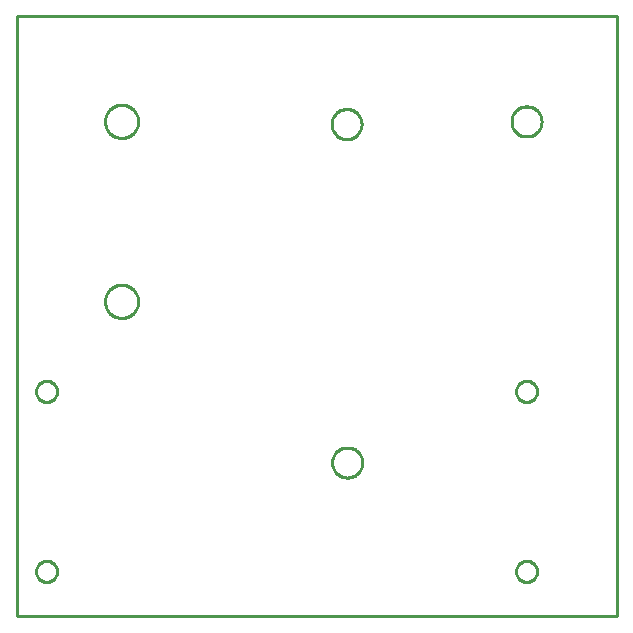
<source format=gbr>
G04 EAGLE Gerber RS-274X export*
G75*
%MOMM*%
%FSLAX34Y34*%
%LPD*%
%IN*%
%IPPOS*%
%AMOC8*
5,1,8,0,0,1.08239X$1,22.5*%
G01*
%ADD10C,0.254000*%


D10*
X-127000Y25400D02*
X381000Y25400D01*
X381000Y533400D01*
X-127000Y533400D01*
X-127000Y25400D01*
X317500Y444001D02*
X317422Y443006D01*
X317266Y442020D01*
X317033Y441050D01*
X316724Y440101D01*
X316342Y439179D01*
X315889Y438290D01*
X315368Y437439D01*
X314781Y436631D01*
X314133Y435873D01*
X313427Y435167D01*
X312669Y434519D01*
X311861Y433932D01*
X311010Y433411D01*
X310121Y432958D01*
X309199Y432576D01*
X308250Y432267D01*
X307280Y432034D01*
X306294Y431878D01*
X305299Y431800D01*
X304301Y431800D01*
X303306Y431878D01*
X302320Y432034D01*
X301350Y432267D01*
X300401Y432576D01*
X299479Y432958D01*
X298590Y433411D01*
X297739Y433932D01*
X296931Y434519D01*
X296173Y435167D01*
X295467Y435873D01*
X294819Y436631D01*
X294232Y437439D01*
X293711Y438290D01*
X293258Y439179D01*
X292876Y440101D01*
X292567Y441050D01*
X292334Y442020D01*
X292178Y443006D01*
X292100Y444001D01*
X292100Y444999D01*
X292178Y445994D01*
X292334Y446980D01*
X292567Y447950D01*
X292876Y448899D01*
X293258Y449821D01*
X293711Y450710D01*
X294232Y451561D01*
X294819Y452369D01*
X295467Y453127D01*
X296173Y453833D01*
X296931Y454481D01*
X297739Y455068D01*
X298590Y455589D01*
X299479Y456042D01*
X300401Y456424D01*
X301350Y456733D01*
X302320Y456966D01*
X303306Y457122D01*
X304301Y457200D01*
X305299Y457200D01*
X306294Y457122D01*
X307280Y456966D01*
X308250Y456733D01*
X309199Y456424D01*
X310121Y456042D01*
X311010Y455589D01*
X311861Y455068D01*
X312669Y454481D01*
X313427Y453833D01*
X314133Y453127D01*
X314781Y452369D01*
X315368Y451561D01*
X315889Y450710D01*
X316342Y449821D01*
X316724Y448899D01*
X317033Y447950D01*
X317266Y446980D01*
X317422Y445994D01*
X317500Y444999D01*
X317500Y444001D01*
X165608Y155203D02*
X165530Y154208D01*
X165374Y153222D01*
X165141Y152252D01*
X164832Y151303D01*
X164450Y150381D01*
X163997Y149492D01*
X163476Y148641D01*
X162889Y147833D01*
X162241Y147075D01*
X161535Y146369D01*
X160777Y145721D01*
X159969Y145134D01*
X159118Y144613D01*
X158229Y144160D01*
X157307Y143778D01*
X156358Y143469D01*
X155388Y143236D01*
X154402Y143080D01*
X153407Y143002D01*
X152409Y143002D01*
X151414Y143080D01*
X150428Y143236D01*
X149458Y143469D01*
X148509Y143778D01*
X147587Y144160D01*
X146698Y144613D01*
X145847Y145134D01*
X145039Y145721D01*
X144281Y146369D01*
X143575Y147075D01*
X142927Y147833D01*
X142340Y148641D01*
X141819Y149492D01*
X141366Y150381D01*
X140984Y151303D01*
X140675Y152252D01*
X140442Y153222D01*
X140286Y154208D01*
X140208Y155203D01*
X140208Y156201D01*
X140286Y157196D01*
X140442Y158182D01*
X140675Y159152D01*
X140984Y160101D01*
X141366Y161023D01*
X141819Y161912D01*
X142340Y162763D01*
X142927Y163571D01*
X143575Y164329D01*
X144281Y165035D01*
X145039Y165683D01*
X145847Y166270D01*
X146698Y166791D01*
X147587Y167244D01*
X148509Y167626D01*
X149458Y167935D01*
X150428Y168168D01*
X151414Y168324D01*
X152409Y168402D01*
X153407Y168402D01*
X154402Y168324D01*
X155388Y168168D01*
X156358Y167935D01*
X157307Y167626D01*
X158229Y167244D01*
X159118Y166791D01*
X159969Y166270D01*
X160777Y165683D01*
X161535Y165035D01*
X162241Y164329D01*
X162889Y163571D01*
X163476Y162763D01*
X163997Y161912D01*
X164450Y161023D01*
X164832Y160101D01*
X165141Y159152D01*
X165374Y158182D01*
X165530Y157196D01*
X165608Y156201D01*
X165608Y155203D01*
X165100Y441715D02*
X165022Y440720D01*
X164866Y439734D01*
X164633Y438764D01*
X164324Y437815D01*
X163942Y436893D01*
X163489Y436004D01*
X162968Y435153D01*
X162381Y434345D01*
X161733Y433587D01*
X161027Y432881D01*
X160269Y432233D01*
X159461Y431646D01*
X158610Y431125D01*
X157721Y430672D01*
X156799Y430290D01*
X155850Y429981D01*
X154880Y429748D01*
X153894Y429592D01*
X152899Y429514D01*
X151901Y429514D01*
X150906Y429592D01*
X149920Y429748D01*
X148950Y429981D01*
X148001Y430290D01*
X147079Y430672D01*
X146190Y431125D01*
X145339Y431646D01*
X144531Y432233D01*
X143773Y432881D01*
X143067Y433587D01*
X142419Y434345D01*
X141832Y435153D01*
X141311Y436004D01*
X140858Y436893D01*
X140476Y437815D01*
X140167Y438764D01*
X139934Y439734D01*
X139778Y440720D01*
X139700Y441715D01*
X139700Y442713D01*
X139778Y443708D01*
X139934Y444694D01*
X140167Y445664D01*
X140476Y446613D01*
X140858Y447535D01*
X141311Y448424D01*
X141832Y449275D01*
X142419Y450083D01*
X143067Y450841D01*
X143773Y451547D01*
X144531Y452195D01*
X145339Y452782D01*
X146190Y453303D01*
X147079Y453756D01*
X148001Y454138D01*
X148950Y454447D01*
X149920Y454680D01*
X150906Y454836D01*
X151901Y454914D01*
X152899Y454914D01*
X153894Y454836D01*
X154880Y454680D01*
X155850Y454447D01*
X156799Y454138D01*
X157721Y453756D01*
X158610Y453303D01*
X159461Y452782D01*
X160269Y452195D01*
X161027Y451547D01*
X161733Y450841D01*
X162381Y450083D01*
X162968Y449275D01*
X163489Y448424D01*
X163942Y447535D01*
X164324Y446613D01*
X164633Y445664D01*
X164866Y444694D01*
X165022Y443708D01*
X165100Y442713D01*
X165100Y441715D01*
X295910Y216288D02*
X295978Y217061D01*
X296112Y217826D01*
X296313Y218576D01*
X296579Y219305D01*
X296907Y220009D01*
X297295Y220681D01*
X297740Y221317D01*
X298239Y221912D01*
X298788Y222461D01*
X299383Y222960D01*
X300019Y223405D01*
X300691Y223793D01*
X301395Y224121D01*
X302124Y224387D01*
X302874Y224588D01*
X303639Y224722D01*
X304412Y224790D01*
X305188Y224790D01*
X305961Y224722D01*
X306726Y224588D01*
X307476Y224387D01*
X308205Y224121D01*
X308909Y223793D01*
X309581Y223405D01*
X310217Y222960D01*
X310812Y222461D01*
X311361Y221912D01*
X311860Y221317D01*
X312305Y220681D01*
X312693Y220009D01*
X313021Y219305D01*
X313287Y218576D01*
X313488Y217826D01*
X313622Y217061D01*
X313690Y216288D01*
X313690Y215512D01*
X313622Y214739D01*
X313488Y213974D01*
X313287Y213224D01*
X313021Y212495D01*
X312693Y211791D01*
X312305Y211119D01*
X311860Y210483D01*
X311361Y209888D01*
X310812Y209339D01*
X310217Y208840D01*
X309581Y208395D01*
X308909Y208007D01*
X308205Y207679D01*
X307476Y207413D01*
X306726Y207212D01*
X305961Y207078D01*
X305188Y207010D01*
X304412Y207010D01*
X303639Y207078D01*
X302874Y207212D01*
X302124Y207413D01*
X301395Y207679D01*
X300691Y208007D01*
X300019Y208395D01*
X299383Y208840D01*
X298788Y209339D01*
X298239Y209888D01*
X297740Y210483D01*
X297295Y211119D01*
X296907Y211791D01*
X296579Y212495D01*
X296313Y213224D01*
X296112Y213974D01*
X295978Y214739D01*
X295910Y215512D01*
X295910Y216288D01*
X295910Y63888D02*
X295978Y64661D01*
X296112Y65426D01*
X296313Y66176D01*
X296579Y66905D01*
X296907Y67609D01*
X297295Y68281D01*
X297740Y68917D01*
X298239Y69512D01*
X298788Y70061D01*
X299383Y70560D01*
X300019Y71005D01*
X300691Y71393D01*
X301395Y71721D01*
X302124Y71987D01*
X302874Y72188D01*
X303639Y72322D01*
X304412Y72390D01*
X305188Y72390D01*
X305961Y72322D01*
X306726Y72188D01*
X307476Y71987D01*
X308205Y71721D01*
X308909Y71393D01*
X309581Y71005D01*
X310217Y70560D01*
X310812Y70061D01*
X311361Y69512D01*
X311860Y68917D01*
X312305Y68281D01*
X312693Y67609D01*
X313021Y66905D01*
X313287Y66176D01*
X313488Y65426D01*
X313622Y64661D01*
X313690Y63888D01*
X313690Y63112D01*
X313622Y62339D01*
X313488Y61574D01*
X313287Y60824D01*
X313021Y60095D01*
X312693Y59391D01*
X312305Y58719D01*
X311860Y58083D01*
X311361Y57488D01*
X310812Y56939D01*
X310217Y56440D01*
X309581Y55995D01*
X308909Y55607D01*
X308205Y55279D01*
X307476Y55013D01*
X306726Y54812D01*
X305961Y54678D01*
X305188Y54610D01*
X304412Y54610D01*
X303639Y54678D01*
X302874Y54812D01*
X302124Y55013D01*
X301395Y55279D01*
X300691Y55607D01*
X300019Y55995D01*
X299383Y56440D01*
X298788Y56939D01*
X298239Y57488D01*
X297740Y58083D01*
X297295Y58719D01*
X296907Y59391D01*
X296579Y60095D01*
X296313Y60824D01*
X296112Y61574D01*
X295978Y62339D01*
X295910Y63112D01*
X295910Y63888D01*
X-110490Y63888D02*
X-110422Y64661D01*
X-110288Y65426D01*
X-110087Y66176D01*
X-109821Y66905D01*
X-109493Y67609D01*
X-109105Y68281D01*
X-108660Y68917D01*
X-108161Y69512D01*
X-107612Y70061D01*
X-107017Y70560D01*
X-106381Y71005D01*
X-105709Y71393D01*
X-105005Y71721D01*
X-104276Y71987D01*
X-103526Y72188D01*
X-102761Y72322D01*
X-101988Y72390D01*
X-101212Y72390D01*
X-100439Y72322D01*
X-99674Y72188D01*
X-98924Y71987D01*
X-98195Y71721D01*
X-97491Y71393D01*
X-96819Y71005D01*
X-96183Y70560D01*
X-95588Y70061D01*
X-95039Y69512D01*
X-94540Y68917D01*
X-94095Y68281D01*
X-93707Y67609D01*
X-93379Y66905D01*
X-93113Y66176D01*
X-92912Y65426D01*
X-92778Y64661D01*
X-92710Y63888D01*
X-92710Y63112D01*
X-92778Y62339D01*
X-92912Y61574D01*
X-93113Y60824D01*
X-93379Y60095D01*
X-93707Y59391D01*
X-94095Y58719D01*
X-94540Y58083D01*
X-95039Y57488D01*
X-95588Y56939D01*
X-96183Y56440D01*
X-96819Y55995D01*
X-97491Y55607D01*
X-98195Y55279D01*
X-98924Y55013D01*
X-99674Y54812D01*
X-100439Y54678D01*
X-101212Y54610D01*
X-101988Y54610D01*
X-102761Y54678D01*
X-103526Y54812D01*
X-104276Y55013D01*
X-105005Y55279D01*
X-105709Y55607D01*
X-106381Y55995D01*
X-107017Y56440D01*
X-107612Y56939D01*
X-108161Y57488D01*
X-108660Y58083D01*
X-109105Y58719D01*
X-109493Y59391D01*
X-109821Y60095D01*
X-110087Y60824D01*
X-110288Y61574D01*
X-110422Y62339D01*
X-110490Y63112D01*
X-110490Y63888D01*
X-110490Y216288D02*
X-110422Y217061D01*
X-110288Y217826D01*
X-110087Y218576D01*
X-109821Y219305D01*
X-109493Y220009D01*
X-109105Y220681D01*
X-108660Y221317D01*
X-108161Y221912D01*
X-107612Y222461D01*
X-107017Y222960D01*
X-106381Y223405D01*
X-105709Y223793D01*
X-105005Y224121D01*
X-104276Y224387D01*
X-103526Y224588D01*
X-102761Y224722D01*
X-101988Y224790D01*
X-101212Y224790D01*
X-100439Y224722D01*
X-99674Y224588D01*
X-98924Y224387D01*
X-98195Y224121D01*
X-97491Y223793D01*
X-96819Y223405D01*
X-96183Y222960D01*
X-95588Y222461D01*
X-95039Y221912D01*
X-94540Y221317D01*
X-94095Y220681D01*
X-93707Y220009D01*
X-93379Y219305D01*
X-93113Y218576D01*
X-92912Y217826D01*
X-92778Y217061D01*
X-92710Y216288D01*
X-92710Y215512D01*
X-92778Y214739D01*
X-92912Y213974D01*
X-93113Y213224D01*
X-93379Y212495D01*
X-93707Y211791D01*
X-94095Y211119D01*
X-94540Y210483D01*
X-95039Y209888D01*
X-95588Y209339D01*
X-96183Y208840D01*
X-96819Y208395D01*
X-97491Y208007D01*
X-98195Y207679D01*
X-98924Y207413D01*
X-99674Y207212D01*
X-100439Y207078D01*
X-101212Y207010D01*
X-101988Y207010D01*
X-102761Y207078D01*
X-103526Y207212D01*
X-104276Y207413D01*
X-105005Y207679D01*
X-105709Y208007D01*
X-106381Y208395D01*
X-107017Y208840D01*
X-107612Y209339D01*
X-108161Y209888D01*
X-108660Y210483D01*
X-109105Y211119D01*
X-109493Y211791D01*
X-109821Y212495D01*
X-110087Y213224D01*
X-110288Y213974D01*
X-110422Y214739D01*
X-110490Y215512D01*
X-110490Y216288D01*
X-38599Y278130D02*
X-39594Y278201D01*
X-40582Y278343D01*
X-41557Y278555D01*
X-42515Y278836D01*
X-43450Y279185D01*
X-44357Y279600D01*
X-45233Y280078D01*
X-46073Y280617D01*
X-46871Y281215D01*
X-47625Y281869D01*
X-48331Y282575D01*
X-48985Y283329D01*
X-49583Y284128D01*
X-50122Y284967D01*
X-50600Y285843D01*
X-51015Y286751D01*
X-51364Y287685D01*
X-51645Y288643D01*
X-51857Y289618D01*
X-51999Y290606D01*
X-52070Y291601D01*
X-52070Y292599D01*
X-51999Y293594D01*
X-51857Y294582D01*
X-51645Y295557D01*
X-51364Y296515D01*
X-51015Y297450D01*
X-50600Y298357D01*
X-50122Y299233D01*
X-49583Y300073D01*
X-48985Y300871D01*
X-48331Y301625D01*
X-47625Y302331D01*
X-46871Y302985D01*
X-46073Y303583D01*
X-45233Y304122D01*
X-44357Y304600D01*
X-43450Y305015D01*
X-42515Y305364D01*
X-41557Y305645D01*
X-40582Y305857D01*
X-39594Y305999D01*
X-38599Y306070D01*
X-37601Y306070D01*
X-36606Y305999D01*
X-35618Y305857D01*
X-34643Y305645D01*
X-33685Y305364D01*
X-32751Y305015D01*
X-31843Y304600D01*
X-30967Y304122D01*
X-30128Y303583D01*
X-29329Y302985D01*
X-28575Y302331D01*
X-27869Y301625D01*
X-27215Y300871D01*
X-26617Y300073D01*
X-26078Y299233D01*
X-25600Y298357D01*
X-25185Y297450D01*
X-24836Y296515D01*
X-24555Y295557D01*
X-24343Y294582D01*
X-24201Y293594D01*
X-24130Y292599D01*
X-24130Y291601D01*
X-24201Y290606D01*
X-24343Y289618D01*
X-24555Y288643D01*
X-24836Y287685D01*
X-25185Y286751D01*
X-25600Y285843D01*
X-26078Y284967D01*
X-26617Y284128D01*
X-27215Y283329D01*
X-27869Y282575D01*
X-28575Y281869D01*
X-29329Y281215D01*
X-30128Y280617D01*
X-30967Y280078D01*
X-31843Y279600D01*
X-32751Y279185D01*
X-33685Y278836D01*
X-34643Y278555D01*
X-35618Y278343D01*
X-36606Y278201D01*
X-37601Y278130D01*
X-38599Y278130D01*
X-38599Y430530D02*
X-39594Y430601D01*
X-40582Y430743D01*
X-41557Y430955D01*
X-42515Y431236D01*
X-43450Y431585D01*
X-44357Y432000D01*
X-45233Y432478D01*
X-46073Y433017D01*
X-46871Y433615D01*
X-47625Y434269D01*
X-48331Y434975D01*
X-48985Y435729D01*
X-49583Y436528D01*
X-50122Y437367D01*
X-50600Y438243D01*
X-51015Y439151D01*
X-51364Y440085D01*
X-51645Y441043D01*
X-51857Y442018D01*
X-51999Y443006D01*
X-52070Y444001D01*
X-52070Y444999D01*
X-51999Y445994D01*
X-51857Y446982D01*
X-51645Y447957D01*
X-51364Y448915D01*
X-51015Y449850D01*
X-50600Y450757D01*
X-50122Y451633D01*
X-49583Y452473D01*
X-48985Y453271D01*
X-48331Y454025D01*
X-47625Y454731D01*
X-46871Y455385D01*
X-46073Y455983D01*
X-45233Y456522D01*
X-44357Y457000D01*
X-43450Y457415D01*
X-42515Y457764D01*
X-41557Y458045D01*
X-40582Y458257D01*
X-39594Y458399D01*
X-38599Y458470D01*
X-37601Y458470D01*
X-36606Y458399D01*
X-35618Y458257D01*
X-34643Y458045D01*
X-33685Y457764D01*
X-32751Y457415D01*
X-31843Y457000D01*
X-30967Y456522D01*
X-30128Y455983D01*
X-29329Y455385D01*
X-28575Y454731D01*
X-27869Y454025D01*
X-27215Y453271D01*
X-26617Y452473D01*
X-26078Y451633D01*
X-25600Y450757D01*
X-25185Y449850D01*
X-24836Y448915D01*
X-24555Y447957D01*
X-24343Y446982D01*
X-24201Y445994D01*
X-24130Y444999D01*
X-24130Y444001D01*
X-24201Y443006D01*
X-24343Y442018D01*
X-24555Y441043D01*
X-24836Y440085D01*
X-25185Y439151D01*
X-25600Y438243D01*
X-26078Y437367D01*
X-26617Y436528D01*
X-27215Y435729D01*
X-27869Y434975D01*
X-28575Y434269D01*
X-29329Y433615D01*
X-30128Y433017D01*
X-30967Y432478D01*
X-31843Y432000D01*
X-32751Y431585D01*
X-33685Y431236D01*
X-34643Y430955D01*
X-35618Y430743D01*
X-36606Y430601D01*
X-37601Y430530D01*
X-38599Y430530D01*
M02*

</source>
